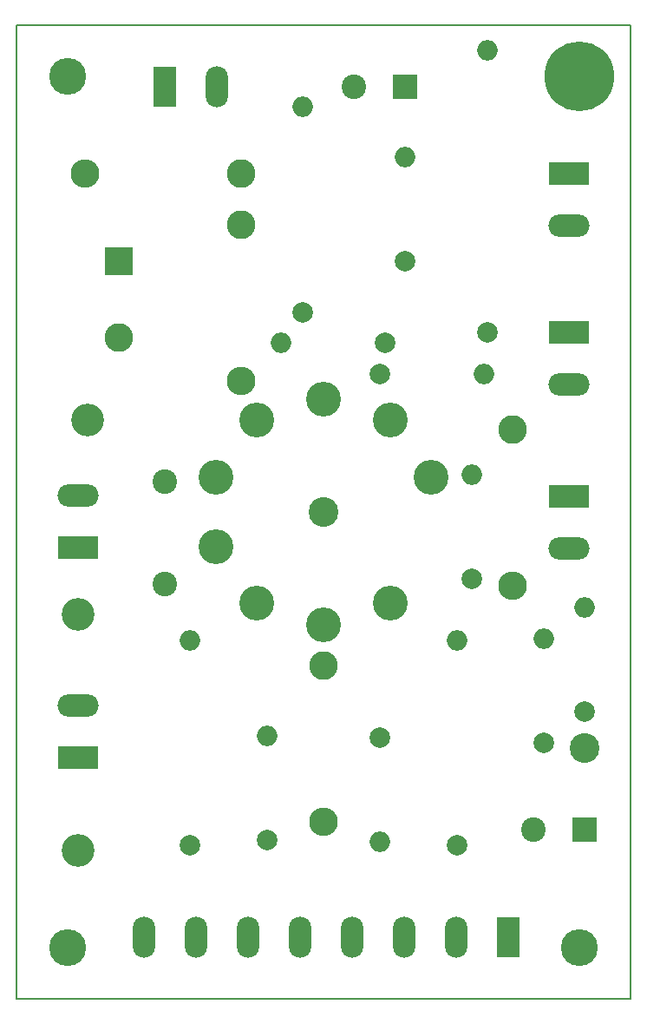
<source format=gbr>
%TF.GenerationSoftware,KiCad,Pcbnew,(5.1.5-0-10_14)*%
%TF.CreationDate,2020-09-13T21:17:04+01:00*%
%TF.ProjectId,PhasePCB,50686173-6550-4434-922e-6b696361645f,rev?*%
%TF.SameCoordinates,Original*%
%TF.FileFunction,Soldermask,Top*%
%TF.FilePolarity,Negative*%
%FSLAX46Y46*%
G04 Gerber Fmt 4.6, Leading zero omitted, Abs format (unit mm)*
G04 Created by KiCad (PCBNEW (5.1.5-0-10_14)) date 2020-09-13 21:17:04*
%MOMM*%
%LPD*%
G04 APERTURE LIST*
%ADD10C,0.150000*%
%ADD11C,2.000000*%
%ADD12O,2.000000X2.000000*%
%ADD13C,3.600000*%
%ADD14R,2.800000X2.800000*%
%ADD15C,2.800000*%
%ADD16C,6.800000*%
%ADD17C,3.200000*%
%ADD18R,4.000000X2.200000*%
%ADD19O,4.000000X2.200000*%
%ADD20R,2.200000X4.000000*%
%ADD21O,2.200000X4.000000*%
%ADD22C,3.400000*%
%ADD23C,2.900000*%
%ADD24O,2.800000X2.800000*%
%ADD25R,2.400000X2.400000*%
%ADD26C,2.400000*%
G04 APERTURE END LIST*
D10*
X232500000Y-57500000D02*
X172500000Y-57500000D01*
X232500000Y-152500000D02*
X232500000Y-57500000D01*
X172500000Y-152500000D02*
X232500000Y-152500000D01*
X172500000Y-57500000D02*
X172500000Y-152500000D01*
D11*
X200500000Y-85500000D03*
D12*
X200500000Y-65500000D03*
D13*
X177500000Y-147500000D03*
D14*
X182500000Y-80500000D03*
D15*
X182500000Y-88000000D03*
D13*
X227500000Y-147500000D03*
X177500000Y-62500000D03*
D11*
X189500000Y-137500000D03*
D12*
X189500000Y-117500000D03*
D11*
X215500000Y-137500000D03*
D12*
X215500000Y-117500000D03*
D16*
X227500000Y-62500000D03*
D11*
X208000000Y-127000000D03*
D12*
X208000000Y-137160000D03*
D11*
X197000000Y-137000000D03*
D12*
X197000000Y-126840000D03*
D17*
X178500000Y-115000000D03*
X179500000Y-96000000D03*
X178500000Y-138000000D03*
D18*
X226500000Y-103500000D03*
D19*
X226500000Y-108580000D03*
D18*
X178500000Y-129000000D03*
D19*
X178500000Y-123920000D03*
D18*
X178500000Y-108500000D03*
D19*
X178500000Y-103420000D03*
D20*
X187000000Y-63500000D03*
D21*
X192080000Y-63500000D03*
D18*
X226500000Y-87500000D03*
D19*
X226500000Y-92580000D03*
D18*
X226500000Y-72000000D03*
D19*
X226500000Y-77080000D03*
D11*
X208500000Y-88500000D03*
D12*
X198340000Y-88500000D03*
D11*
X217000000Y-111500000D03*
D12*
X217000000Y-101340000D03*
D11*
X208000000Y-91500000D03*
D12*
X218160000Y-91500000D03*
D11*
X210500000Y-80500000D03*
D12*
X210500000Y-70340000D03*
D11*
X218500000Y-87500000D03*
D12*
X218500000Y-60000000D03*
D22*
X208989435Y-113931484D03*
X202500041Y-116040367D03*
X196010602Y-113931820D03*
X192000019Y-108411708D03*
X191999956Y-101588329D03*
X196010688Y-96068136D03*
X202499959Y-93959633D03*
X208989398Y-96068180D03*
X212999981Y-101588292D03*
D23*
X202500000Y-105000000D03*
D15*
X194500000Y-77000000D03*
D24*
X194500000Y-92240000D03*
D15*
X202500000Y-120000000D03*
D24*
X202500000Y-135240000D03*
D15*
X221000000Y-97000000D03*
D24*
X221000000Y-112240000D03*
D15*
X194500000Y-72000000D03*
D24*
X179260000Y-72000000D03*
D25*
X210500000Y-63500000D03*
D26*
X205500000Y-63500000D03*
X187000000Y-112000000D03*
X187000000Y-102000000D03*
D20*
X220500000Y-146500000D03*
D21*
X215420000Y-146500000D03*
X210340000Y-146500000D03*
X205260000Y-146500000D03*
X200180000Y-146500000D03*
X195100000Y-146500000D03*
X190020000Y-146500000D03*
X184940000Y-146500000D03*
D25*
X228000000Y-136000000D03*
D26*
X223000000Y-136000000D03*
D23*
X228000000Y-128000000D03*
D11*
X228000000Y-124500000D03*
D12*
X228000000Y-114340000D03*
D11*
X224000000Y-127500000D03*
D12*
X224000000Y-117340000D03*
M02*

</source>
